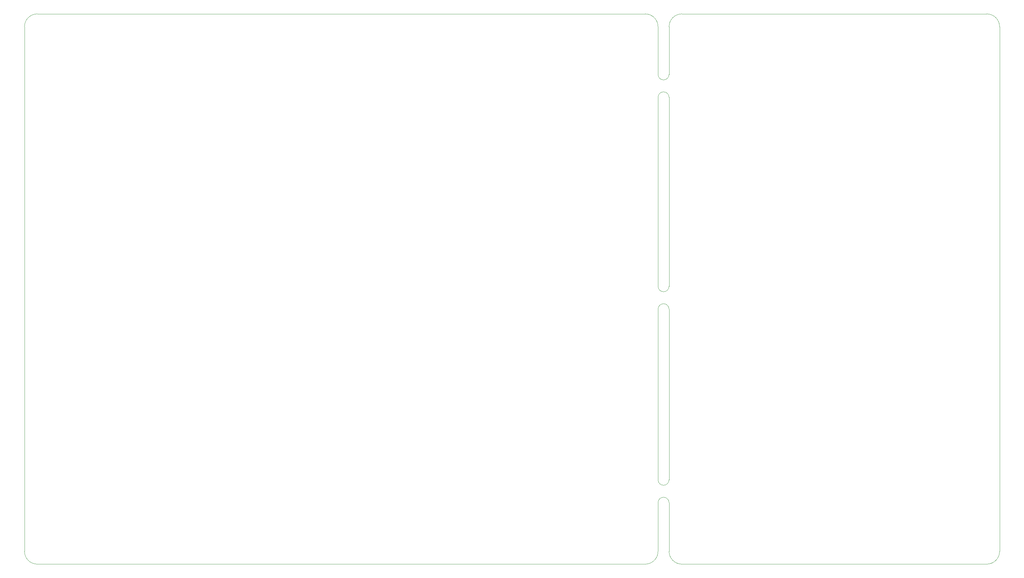
<source format=gbr>
%TF.GenerationSoftware,KiCad,Pcbnew,(6.0.7)*%
%TF.CreationDate,2022-09-16T11:30:14+01:00*%
%TF.ProjectId,SCU rig control,53435520-7269-4672-9063-6f6e74726f6c,rev?*%
%TF.SameCoordinates,Original*%
%TF.FileFunction,Profile,NP*%
%FSLAX46Y46*%
G04 Gerber Fmt 4.6, Leading zero omitted, Abs format (unit mm)*
G04 Created by KiCad (PCBNEW (6.0.7)) date 2022-09-16 11:30:14*
%MOMM*%
%LPD*%
G01*
G04 APERTURE LIST*
%TA.AperFunction,Profile*%
%ADD10C,0.050000*%
%TD*%
G04 APERTURE END LIST*
D10*
X187500000Y-158500000D02*
X187500000Y-145250000D01*
X12000000Y-158500000D02*
X12000000Y-15500000D01*
X12000000Y-158500000D02*
G75*
G03*
X15500000Y-162000000I3500000J0D01*
G01*
X181000000Y-162000000D02*
X15500000Y-162000000D01*
X184500000Y-15500000D02*
G75*
G03*
X181000000Y-12000000I-3500000J0D01*
G01*
X184500000Y-86249984D02*
G75*
G03*
X187500000Y-86249984I1500000J-16D01*
G01*
X184500000Y-92500000D02*
X184500000Y-138999984D01*
X191000000Y-162000000D02*
X274000000Y-162000000D01*
X187500000Y-34750000D02*
G75*
G03*
X184500000Y-34750000I-1500000J16D01*
G01*
X184500000Y-34750000D02*
X184500000Y-86249984D01*
X187500000Y-145250000D02*
G75*
G03*
X184500000Y-145250000I-1500000J16D01*
G01*
X191000000Y-12000000D02*
G75*
G03*
X187500000Y-15500000I0J-3500000D01*
G01*
X277500000Y-15500000D02*
G75*
G03*
X274000000Y-12000000I-3500000J0D01*
G01*
X184500000Y-15500000D02*
X184500000Y-28499984D01*
X184500000Y-28499984D02*
G75*
G03*
X187500000Y-28499984I1500000J-16D01*
G01*
X15500000Y-12000000D02*
G75*
G03*
X12000000Y-15500000I0J-3500000D01*
G01*
X15500000Y-12000000D02*
X181000000Y-12000000D01*
X187500000Y-28499984D02*
X187500000Y-15500000D01*
X187500000Y-158500000D02*
G75*
G03*
X191000000Y-162000000I3500000J0D01*
G01*
X274000000Y-162000000D02*
G75*
G03*
X277500000Y-158500000I0J3500000D01*
G01*
X187500000Y-138999984D02*
X187500000Y-92500000D01*
X187500000Y-92500000D02*
G75*
G03*
X184500000Y-92500000I-1500000J16D01*
G01*
X184500000Y-138999984D02*
G75*
G03*
X187500000Y-138999984I1500000J-16D01*
G01*
X277500000Y-158500000D02*
X277500000Y-15500000D01*
X184500000Y-145250000D02*
X184500000Y-158500000D01*
X274000000Y-12000000D02*
X191000000Y-12000000D01*
X181000000Y-162000000D02*
G75*
G03*
X184500000Y-158500000I0J3500000D01*
G01*
X187500000Y-86249984D02*
X187500000Y-34750000D01*
M02*

</source>
